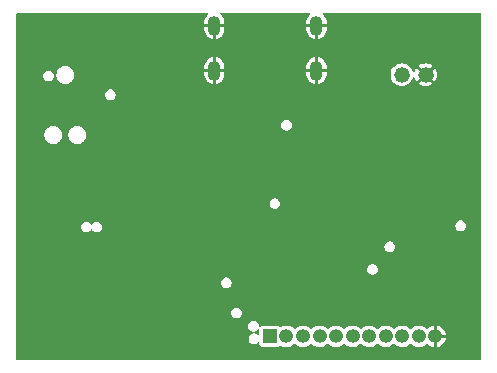
<source format=gbr>
%TF.GenerationSoftware,KiCad,Pcbnew,8.0.3*%
%TF.CreationDate,2024-07-26T16:59:45-04:00*%
%TF.ProjectId,Health_Watch,4865616c-7468-45f5-9761-7463682e6b69,rev?*%
%TF.SameCoordinates,Original*%
%TF.FileFunction,Copper,L3,Inr*%
%TF.FilePolarity,Positive*%
%FSLAX46Y46*%
G04 Gerber Fmt 4.6, Leading zero omitted, Abs format (unit mm)*
G04 Created by KiCad (PCBNEW 8.0.3) date 2024-07-26 16:59:45*
%MOMM*%
%LPD*%
G01*
G04 APERTURE LIST*
%TA.AperFunction,ComponentPad*%
%ADD10C,1.320800*%
%TD*%
%TA.AperFunction,ComponentPad*%
%ADD11O,1.100000X1.700000*%
%TD*%
%TA.AperFunction,ComponentPad*%
%ADD12R,1.200000X1.200000*%
%TD*%
%TA.AperFunction,ComponentPad*%
%ADD13O,1.200000X1.200000*%
%TD*%
%TA.AperFunction,ViaPad*%
%ADD14C,0.700000*%
%TD*%
%TA.AperFunction,ViaPad*%
%ADD15C,0.600000*%
%TD*%
G04 APERTURE END LIST*
D10*
%TO.N,GND*%
%TO.C,J1*%
X131875000Y-44950000D03*
%TO.N,/+*%
X129874999Y-44950000D03*
%TD*%
D11*
%TO.N,GND*%
%TO.C,J2*%
X122640000Y-44600000D03*
X122640000Y-40800000D03*
X114000000Y-44600000D03*
X114000000Y-40800000D03*
%TD*%
D12*
%TO.N,+3V3*%
%TO.C,J4*%
X118700000Y-67100000D03*
D13*
%TO.N,/GPIO_PA2*%
X120100000Y-67100000D03*
%TO.N,/SWD_NRST*%
X121500000Y-67100000D03*
%TO.N,/TFT_DC*%
X122900000Y-67100000D03*
%TO.N,/SPI_SCK*%
X124300000Y-67100000D03*
%TO.N,/SPI_MISO*%
X125700000Y-67100000D03*
%TO.N,/SPI_MOSI*%
X127100000Y-67100000D03*
%TO.N,/TFT_TC*%
X128500000Y-67100000D03*
%TO.N,/I2C_SCL*%
X129900000Y-67100000D03*
%TO.N,/I2C_SDA*%
X131300000Y-67100000D03*
%TO.N,GND*%
X132700000Y-67100000D03*
%TD*%
D14*
%TO.N,GND*%
X134000000Y-59000000D03*
X134700000Y-49700000D03*
D15*
X111100000Y-42650000D03*
X109093000Y-51739800D03*
X121950000Y-49950000D03*
D14*
X134000000Y-63000000D03*
D15*
X134850000Y-54175000D03*
D14*
X109000000Y-45000000D03*
X127000000Y-45000000D03*
X127000000Y-43000000D03*
D15*
X99700000Y-48650000D03*
X108492001Y-61495238D03*
D14*
X128900000Y-53125000D03*
X98000000Y-61000000D03*
D15*
X112522000Y-66497200D03*
D14*
X103000000Y-41000000D03*
X125000000Y-51000000D03*
D15*
X115620800Y-46126400D03*
D14*
X111000000Y-45000000D03*
X136000000Y-63000000D03*
X98000000Y-43000000D03*
X108000000Y-43000000D03*
X119150000Y-58450000D03*
X136000000Y-59000000D03*
X134000000Y-61000000D03*
X98000000Y-59000000D03*
D15*
X105250000Y-45750000D03*
D14*
X98000000Y-47000000D03*
X117000000Y-59000000D03*
X126000000Y-41000000D03*
D15*
X135077200Y-46837600D03*
D14*
X98000000Y-45000000D03*
X126000000Y-55000000D03*
D15*
X133197600Y-44627800D03*
D14*
X101000000Y-41000000D03*
X123000000Y-51000000D03*
X125000000Y-45000000D03*
X98000000Y-57000000D03*
X104000000Y-43000000D03*
X113900000Y-62700000D03*
X130000000Y-55000000D03*
D15*
X114554000Y-50139600D03*
X102300000Y-62484000D03*
D14*
X117000000Y-47000000D03*
X101000000Y-59000000D03*
X98000000Y-67000000D03*
D15*
X133197600Y-45477800D03*
X120243600Y-50114200D03*
X107525400Y-56195200D03*
X113030000Y-51739800D03*
D14*
X111000000Y-41000000D03*
X132000000Y-61000000D03*
D15*
X107500000Y-50150000D03*
X102565200Y-61468000D03*
X109118400Y-54584600D03*
D14*
X135000000Y-41000000D03*
X101000000Y-67000000D03*
X98000000Y-63000000D03*
X125000000Y-53000000D03*
D15*
X99450000Y-53350000D03*
D14*
X101000000Y-57000000D03*
D15*
X127400000Y-53300000D03*
X114579400Y-53365400D03*
D14*
X101000000Y-61000000D03*
X135000000Y-65000000D03*
D15*
X107525400Y-53375800D03*
D14*
X107000000Y-41000000D03*
X102000000Y-53000000D03*
D15*
X110236000Y-62600000D03*
D14*
X100000000Y-65000000D03*
X124000000Y-41000000D03*
D15*
X133950000Y-66750000D03*
X102350000Y-55829200D03*
X113055400Y-54584600D03*
D14*
X132000000Y-59000000D03*
D15*
X111302800Y-53365400D03*
X125552200Y-42392600D03*
X105511600Y-66903600D03*
D14*
X100000000Y-52000000D03*
D15*
X104546400Y-66954400D03*
X130000000Y-50450000D03*
D14*
X100000000Y-43000000D03*
D15*
X132150000Y-53350000D03*
D14*
X98000000Y-65000000D03*
D15*
X132450000Y-65350000D03*
D14*
X135000000Y-45000000D03*
D15*
X114579400Y-56184800D03*
D14*
X109000000Y-41000000D03*
X102000000Y-43000000D03*
D15*
X129000000Y-47800000D03*
D14*
X136000000Y-61000000D03*
D15*
X123800000Y-50000000D03*
D14*
X128000000Y-55000000D03*
X135000000Y-53000000D03*
D15*
X111277400Y-50139600D03*
D14*
X135000000Y-43000000D03*
D15*
X121132600Y-46075600D03*
D14*
X132000000Y-63000000D03*
X106000000Y-43000000D03*
D15*
X111302800Y-56184800D03*
D14*
X105000000Y-41000000D03*
%TD*%
%TA.AperFunction,Conductor*%
%TO.N,GND*%
G36*
X136562368Y-39717574D02*
G01*
X136584042Y-39769900D01*
X136584042Y-39769910D01*
X136580121Y-69022258D01*
X136558440Y-69074581D01*
X136506114Y-69096248D01*
X97271674Y-69092316D01*
X97219350Y-69070637D01*
X97197681Y-69018309D01*
X97197681Y-69018258D01*
X97198570Y-67884046D01*
X97199851Y-66250000D01*
X116844867Y-66250000D01*
X116863302Y-66378223D01*
X116863302Y-66378224D01*
X116863303Y-66378226D01*
X116917118Y-66496063D01*
X117001951Y-66593967D01*
X117110931Y-66664004D01*
X117235228Y-66700500D01*
X117364772Y-66700500D01*
X117489069Y-66664004D01*
X117598049Y-66593967D01*
X117634616Y-66551765D01*
X117669574Y-66511422D01*
X117720221Y-66486070D01*
X117773959Y-66503955D01*
X117799311Y-66554602D01*
X117799500Y-66559881D01*
X117799500Y-66934723D01*
X117777826Y-66987049D01*
X117725500Y-67008723D01*
X117673174Y-66987049D01*
X117669575Y-66983183D01*
X117646053Y-66956037D01*
X117646051Y-66956035D01*
X117646049Y-66956033D01*
X117577134Y-66911744D01*
X117537068Y-66885995D01*
X117412772Y-66849500D01*
X117283228Y-66849500D01*
X117158931Y-66885995D01*
X117049954Y-66956031D01*
X117049950Y-66956034D01*
X116965119Y-67053935D01*
X116911302Y-67171776D01*
X116892867Y-67300000D01*
X116911302Y-67428223D01*
X116911302Y-67428224D01*
X116911303Y-67428226D01*
X116965118Y-67546063D01*
X117049951Y-67643967D01*
X117158931Y-67714004D01*
X117283228Y-67750500D01*
X117412772Y-67750500D01*
X117537069Y-67714004D01*
X117646049Y-67643967D01*
X117669575Y-67616815D01*
X117720219Y-67591464D01*
X117773958Y-67609348D01*
X117799311Y-67659994D01*
X117799500Y-67665274D01*
X117799500Y-67744863D01*
X117802414Y-67769986D01*
X117802415Y-67769992D01*
X117803694Y-67772888D01*
X117847794Y-67872765D01*
X117927235Y-67952206D01*
X118030009Y-67997585D01*
X118055135Y-68000500D01*
X119344864Y-68000499D01*
X119369991Y-67997585D01*
X119472765Y-67952206D01*
X119540925Y-67884045D01*
X119593249Y-67862372D01*
X119636746Y-67876505D01*
X119647270Y-67884151D01*
X119820197Y-67961144D01*
X120005354Y-68000500D01*
X120005355Y-68000500D01*
X120194645Y-68000500D01*
X120194646Y-68000500D01*
X120379803Y-67961144D01*
X120552730Y-67884151D01*
X120582707Y-67862372D01*
X120705871Y-67772888D01*
X120745007Y-67729423D01*
X120796126Y-67705039D01*
X120849515Y-67723945D01*
X120854993Y-67729423D01*
X120894128Y-67772888D01*
X121047266Y-67884149D01*
X121047271Y-67884152D01*
X121191682Y-67948448D01*
X121220197Y-67961144D01*
X121405354Y-68000500D01*
X121405355Y-68000500D01*
X121594645Y-68000500D01*
X121594646Y-68000500D01*
X121779803Y-67961144D01*
X121952730Y-67884151D01*
X121982707Y-67862372D01*
X122105871Y-67772888D01*
X122145007Y-67729423D01*
X122196126Y-67705039D01*
X122249515Y-67723945D01*
X122254993Y-67729423D01*
X122294128Y-67772888D01*
X122447266Y-67884149D01*
X122447271Y-67884152D01*
X122591682Y-67948448D01*
X122620197Y-67961144D01*
X122805354Y-68000500D01*
X122805355Y-68000500D01*
X122994645Y-68000500D01*
X122994646Y-68000500D01*
X123179803Y-67961144D01*
X123352730Y-67884151D01*
X123382707Y-67862372D01*
X123505871Y-67772888D01*
X123545007Y-67729423D01*
X123596126Y-67705039D01*
X123649515Y-67723945D01*
X123654993Y-67729423D01*
X123694128Y-67772888D01*
X123847266Y-67884149D01*
X123847271Y-67884152D01*
X123991682Y-67948448D01*
X124020197Y-67961144D01*
X124205354Y-68000500D01*
X124205355Y-68000500D01*
X124394645Y-68000500D01*
X124394646Y-68000500D01*
X124579803Y-67961144D01*
X124752730Y-67884151D01*
X124782707Y-67862372D01*
X124905871Y-67772888D01*
X124945007Y-67729423D01*
X124996126Y-67705039D01*
X125049515Y-67723945D01*
X125054993Y-67729423D01*
X125094128Y-67772888D01*
X125247266Y-67884149D01*
X125247271Y-67884152D01*
X125391682Y-67948448D01*
X125420197Y-67961144D01*
X125605354Y-68000500D01*
X125605355Y-68000500D01*
X125794645Y-68000500D01*
X125794646Y-68000500D01*
X125979803Y-67961144D01*
X126152730Y-67884151D01*
X126182707Y-67862372D01*
X126305871Y-67772888D01*
X126345007Y-67729423D01*
X126396126Y-67705039D01*
X126449515Y-67723945D01*
X126454993Y-67729423D01*
X126494128Y-67772888D01*
X126647266Y-67884149D01*
X126647271Y-67884152D01*
X126791682Y-67948448D01*
X126820197Y-67961144D01*
X127005354Y-68000500D01*
X127005355Y-68000500D01*
X127194645Y-68000500D01*
X127194646Y-68000500D01*
X127379803Y-67961144D01*
X127552730Y-67884151D01*
X127582707Y-67862372D01*
X127705871Y-67772888D01*
X127745007Y-67729423D01*
X127796126Y-67705039D01*
X127849515Y-67723945D01*
X127854993Y-67729423D01*
X127894128Y-67772888D01*
X128047266Y-67884149D01*
X128047271Y-67884152D01*
X128191682Y-67948448D01*
X128220197Y-67961144D01*
X128405354Y-68000500D01*
X128405355Y-68000500D01*
X128594645Y-68000500D01*
X128594646Y-68000500D01*
X128779803Y-67961144D01*
X128952730Y-67884151D01*
X128982707Y-67862372D01*
X129105871Y-67772888D01*
X129145007Y-67729423D01*
X129196126Y-67705039D01*
X129249515Y-67723945D01*
X129254993Y-67729423D01*
X129294128Y-67772888D01*
X129447266Y-67884149D01*
X129447271Y-67884152D01*
X129591682Y-67948448D01*
X129620197Y-67961144D01*
X129805354Y-68000500D01*
X129805355Y-68000500D01*
X129994645Y-68000500D01*
X129994646Y-68000500D01*
X130179803Y-67961144D01*
X130352730Y-67884151D01*
X130382707Y-67862372D01*
X130505871Y-67772888D01*
X130545007Y-67729423D01*
X130596126Y-67705039D01*
X130649515Y-67723945D01*
X130654993Y-67729423D01*
X130694128Y-67772888D01*
X130847266Y-67884149D01*
X130847271Y-67884152D01*
X130991682Y-67948448D01*
X131020197Y-67961144D01*
X131205354Y-68000500D01*
X131205355Y-68000500D01*
X131394645Y-68000500D01*
X131394646Y-68000500D01*
X131579803Y-67961144D01*
X131752730Y-67884151D01*
X131768402Y-67872765D01*
X131905868Y-67772891D01*
X131906206Y-67772516D01*
X131945345Y-67729047D01*
X131996462Y-67704665D01*
X132049851Y-67723570D01*
X132055329Y-67729048D01*
X132094468Y-67772516D01*
X132247514Y-67883712D01*
X132247525Y-67883718D01*
X132420349Y-67960664D01*
X132420354Y-67960665D01*
X132574999Y-67993535D01*
X132575000Y-67993535D01*
X132575000Y-67480617D01*
X132647339Y-67500000D01*
X132752661Y-67500000D01*
X132825000Y-67480617D01*
X132825000Y-67993535D01*
X132979645Y-67960665D01*
X132979650Y-67960664D01*
X133152474Y-67883718D01*
X133152485Y-67883712D01*
X133305531Y-67772516D01*
X133432125Y-67631920D01*
X133526720Y-67468076D01*
X133585180Y-67288155D01*
X133591818Y-67225000D01*
X133080617Y-67225000D01*
X133100000Y-67152661D01*
X133100000Y-67047339D01*
X133080617Y-66975000D01*
X133591818Y-66975000D01*
X133585180Y-66911844D01*
X133526720Y-66731923D01*
X133432125Y-66568079D01*
X133305531Y-66427483D01*
X133152485Y-66316287D01*
X133152474Y-66316281D01*
X132979652Y-66239336D01*
X132979647Y-66239334D01*
X132825000Y-66206462D01*
X132825000Y-66719382D01*
X132752661Y-66700000D01*
X132647339Y-66700000D01*
X132575000Y-66719382D01*
X132575000Y-66206463D01*
X132574999Y-66206462D01*
X132420352Y-66239334D01*
X132420351Y-66239335D01*
X132247522Y-66316283D01*
X132247515Y-66316287D01*
X132094470Y-66427481D01*
X132055328Y-66470952D01*
X132004207Y-66495334D01*
X131950819Y-66476427D01*
X131945343Y-66470950D01*
X131905871Y-66427111D01*
X131752733Y-66315850D01*
X131752728Y-66315847D01*
X131579804Y-66238856D01*
X131579802Y-66238855D01*
X131434001Y-66207865D01*
X131394646Y-66199500D01*
X131205354Y-66199500D01*
X131191645Y-66202414D01*
X131020197Y-66238855D01*
X131020195Y-66238856D01*
X130847271Y-66315847D01*
X130847266Y-66315850D01*
X130694129Y-66427111D01*
X130694123Y-66427116D01*
X130654992Y-66470576D01*
X130603872Y-66494959D01*
X130550484Y-66476052D01*
X130545008Y-66470576D01*
X130505876Y-66427116D01*
X130505870Y-66427111D01*
X130352733Y-66315850D01*
X130352728Y-66315847D01*
X130179804Y-66238856D01*
X130179802Y-66238855D01*
X130034001Y-66207865D01*
X129994646Y-66199500D01*
X129805354Y-66199500D01*
X129791645Y-66202414D01*
X129620197Y-66238855D01*
X129620195Y-66238856D01*
X129447271Y-66315847D01*
X129447266Y-66315850D01*
X129294129Y-66427111D01*
X129294123Y-66427116D01*
X129254992Y-66470576D01*
X129203872Y-66494959D01*
X129150484Y-66476052D01*
X129145008Y-66470576D01*
X129105876Y-66427116D01*
X129105870Y-66427111D01*
X128952733Y-66315850D01*
X128952728Y-66315847D01*
X128779804Y-66238856D01*
X128779802Y-66238855D01*
X128634001Y-66207865D01*
X128594646Y-66199500D01*
X128405354Y-66199500D01*
X128391645Y-66202414D01*
X128220197Y-66238855D01*
X128220195Y-66238856D01*
X128047271Y-66315847D01*
X128047266Y-66315850D01*
X127894129Y-66427111D01*
X127894123Y-66427116D01*
X127854992Y-66470576D01*
X127803872Y-66494959D01*
X127750484Y-66476052D01*
X127745008Y-66470576D01*
X127705876Y-66427116D01*
X127705870Y-66427111D01*
X127552733Y-66315850D01*
X127552728Y-66315847D01*
X127379804Y-66238856D01*
X127379802Y-66238855D01*
X127234001Y-66207865D01*
X127194646Y-66199500D01*
X127005354Y-66199500D01*
X126991645Y-66202414D01*
X126820197Y-66238855D01*
X126820195Y-66238856D01*
X126647271Y-66315847D01*
X126647266Y-66315850D01*
X126494129Y-66427111D01*
X126494123Y-66427116D01*
X126454992Y-66470576D01*
X126403872Y-66494959D01*
X126350484Y-66476052D01*
X126345008Y-66470576D01*
X126305876Y-66427116D01*
X126305870Y-66427111D01*
X126152733Y-66315850D01*
X126152728Y-66315847D01*
X125979804Y-66238856D01*
X125979802Y-66238855D01*
X125834001Y-66207865D01*
X125794646Y-66199500D01*
X125605354Y-66199500D01*
X125591645Y-66202414D01*
X125420197Y-66238855D01*
X125420195Y-66238856D01*
X125247271Y-66315847D01*
X125247266Y-66315850D01*
X125094129Y-66427111D01*
X125094123Y-66427116D01*
X125054992Y-66470576D01*
X125003872Y-66494959D01*
X124950484Y-66476052D01*
X124945008Y-66470576D01*
X124905876Y-66427116D01*
X124905870Y-66427111D01*
X124752733Y-66315850D01*
X124752728Y-66315847D01*
X124579804Y-66238856D01*
X124579802Y-66238855D01*
X124434001Y-66207865D01*
X124394646Y-66199500D01*
X124205354Y-66199500D01*
X124191645Y-66202414D01*
X124020197Y-66238855D01*
X124020195Y-66238856D01*
X123847271Y-66315847D01*
X123847266Y-66315850D01*
X123694129Y-66427111D01*
X123694123Y-66427116D01*
X123654992Y-66470576D01*
X123603872Y-66494959D01*
X123550484Y-66476052D01*
X123545008Y-66470576D01*
X123505876Y-66427116D01*
X123505870Y-66427111D01*
X123352733Y-66315850D01*
X123352728Y-66315847D01*
X123179804Y-66238856D01*
X123179802Y-66238855D01*
X123034001Y-66207865D01*
X122994646Y-66199500D01*
X122805354Y-66199500D01*
X122791645Y-66202414D01*
X122620197Y-66238855D01*
X122620195Y-66238856D01*
X122447271Y-66315847D01*
X122447266Y-66315850D01*
X122294129Y-66427111D01*
X122294123Y-66427116D01*
X122254992Y-66470576D01*
X122203872Y-66494959D01*
X122150484Y-66476052D01*
X122145008Y-66470576D01*
X122105876Y-66427116D01*
X122105870Y-66427111D01*
X121952733Y-66315850D01*
X121952728Y-66315847D01*
X121779804Y-66238856D01*
X121779802Y-66238855D01*
X121634001Y-66207865D01*
X121594646Y-66199500D01*
X121405354Y-66199500D01*
X121391645Y-66202414D01*
X121220197Y-66238855D01*
X121220195Y-66238856D01*
X121047271Y-66315847D01*
X121047266Y-66315850D01*
X120894129Y-66427111D01*
X120894123Y-66427116D01*
X120854992Y-66470576D01*
X120803872Y-66494959D01*
X120750484Y-66476052D01*
X120745008Y-66470576D01*
X120705876Y-66427116D01*
X120705870Y-66427111D01*
X120552733Y-66315850D01*
X120552728Y-66315847D01*
X120379804Y-66238856D01*
X120379802Y-66238855D01*
X120234001Y-66207865D01*
X120194646Y-66199500D01*
X120005354Y-66199500D01*
X119991645Y-66202414D01*
X119820197Y-66238855D01*
X119820195Y-66238856D01*
X119647272Y-66315847D01*
X119647264Y-66315852D01*
X119636743Y-66323496D01*
X119581670Y-66336715D01*
X119540924Y-66315953D01*
X119472765Y-66247794D01*
X119452520Y-66238855D01*
X119369991Y-66202415D01*
X119369990Y-66202414D01*
X119369988Y-66202414D01*
X119348659Y-66199940D01*
X119344865Y-66199500D01*
X119344864Y-66199500D01*
X118055136Y-66199500D01*
X118030013Y-66202414D01*
X118030007Y-66202415D01*
X117927232Y-66247795D01*
X117881022Y-66294005D01*
X117828696Y-66315679D01*
X117776371Y-66294004D01*
X117755450Y-66252210D01*
X117755132Y-66250002D01*
X117755133Y-66250000D01*
X117736697Y-66121774D01*
X117682882Y-66003937D01*
X117598049Y-65906033D01*
X117531032Y-65862964D01*
X117489068Y-65835995D01*
X117364772Y-65799500D01*
X117235228Y-65799500D01*
X117110931Y-65835995D01*
X117001954Y-65906031D01*
X117001950Y-65906034D01*
X116917119Y-66003935D01*
X116863302Y-66121776D01*
X116844867Y-66250000D01*
X97199851Y-66250000D01*
X97200740Y-65116800D01*
X115405867Y-65116800D01*
X115424302Y-65245023D01*
X115424302Y-65245024D01*
X115424303Y-65245026D01*
X115478118Y-65362863D01*
X115562951Y-65460767D01*
X115671931Y-65530804D01*
X115796228Y-65567300D01*
X115925772Y-65567300D01*
X116050069Y-65530804D01*
X116159049Y-65460767D01*
X116243882Y-65362863D01*
X116297697Y-65245026D01*
X116316133Y-65116800D01*
X116297697Y-64988574D01*
X116243882Y-64870737D01*
X116159049Y-64772833D01*
X116092032Y-64729764D01*
X116050068Y-64702795D01*
X115925772Y-64666300D01*
X115796228Y-64666300D01*
X115671931Y-64702795D01*
X115562954Y-64772831D01*
X115562950Y-64772834D01*
X115478119Y-64870735D01*
X115424302Y-64988576D01*
X115405867Y-65116800D01*
X97200740Y-65116800D01*
X97202752Y-62550000D01*
X114544867Y-62550000D01*
X114563302Y-62678223D01*
X114563302Y-62678224D01*
X114563303Y-62678226D01*
X114617118Y-62796063D01*
X114701951Y-62893967D01*
X114810931Y-62964004D01*
X114935228Y-63000500D01*
X115064772Y-63000500D01*
X115189069Y-62964004D01*
X115298049Y-62893967D01*
X115382882Y-62796063D01*
X115436697Y-62678226D01*
X115455133Y-62550000D01*
X115436697Y-62421774D01*
X115382882Y-62303937D01*
X115298049Y-62206033D01*
X115231032Y-62162964D01*
X115189068Y-62135995D01*
X115064772Y-62099500D01*
X114935228Y-62099500D01*
X114810931Y-62135995D01*
X114701954Y-62206031D01*
X114701950Y-62206034D01*
X114617119Y-62303935D01*
X114563302Y-62421776D01*
X114544867Y-62550000D01*
X97202752Y-62550000D01*
X97203624Y-61437400D01*
X126919467Y-61437400D01*
X126937902Y-61565623D01*
X126937902Y-61565624D01*
X126937903Y-61565626D01*
X126991718Y-61683463D01*
X127076551Y-61781367D01*
X127185531Y-61851404D01*
X127309828Y-61887900D01*
X127439372Y-61887900D01*
X127563669Y-61851404D01*
X127672649Y-61781367D01*
X127757482Y-61683463D01*
X127811297Y-61565626D01*
X127829733Y-61437400D01*
X127811297Y-61309174D01*
X127757482Y-61191337D01*
X127672649Y-61093433D01*
X127605632Y-61050364D01*
X127563668Y-61023395D01*
X127439372Y-60986900D01*
X127309828Y-60986900D01*
X127185531Y-61023395D01*
X127076554Y-61093431D01*
X127076550Y-61093434D01*
X126991719Y-61191335D01*
X126937902Y-61309176D01*
X126919467Y-61437400D01*
X97203624Y-61437400D01*
X97205143Y-59500000D01*
X128394867Y-59500000D01*
X128413302Y-59628223D01*
X128413302Y-59628224D01*
X128413303Y-59628226D01*
X128467118Y-59746063D01*
X128551951Y-59843967D01*
X128660931Y-59914004D01*
X128785228Y-59950500D01*
X128914772Y-59950500D01*
X129039069Y-59914004D01*
X129148049Y-59843967D01*
X129232882Y-59746063D01*
X129286697Y-59628226D01*
X129305133Y-59500000D01*
X129286697Y-59371774D01*
X129232882Y-59253937D01*
X129148049Y-59156033D01*
X129081032Y-59112964D01*
X129039068Y-59085995D01*
X128914772Y-59049500D01*
X128785228Y-59049500D01*
X128660931Y-59085995D01*
X128551954Y-59156031D01*
X128551950Y-59156034D01*
X128467119Y-59253935D01*
X128413302Y-59371776D01*
X128394867Y-59500000D01*
X97205143Y-59500000D01*
X97206454Y-57828000D01*
X102676867Y-57828000D01*
X102695302Y-57956223D01*
X102695302Y-57956224D01*
X102695303Y-57956226D01*
X102749118Y-58074063D01*
X102833951Y-58171967D01*
X102942931Y-58242004D01*
X103067228Y-58278500D01*
X103196772Y-58278500D01*
X103321069Y-58242004D01*
X103430049Y-58171967D01*
X103514882Y-58074063D01*
X103518663Y-58065782D01*
X103560112Y-58027189D01*
X103616714Y-58029208D01*
X103653288Y-58065780D01*
X103667118Y-58096063D01*
X103751951Y-58193967D01*
X103860931Y-58264004D01*
X103985228Y-58300500D01*
X104114772Y-58300500D01*
X104239069Y-58264004D01*
X104348049Y-58193967D01*
X104432882Y-58096063D01*
X104486697Y-57978226D01*
X104505133Y-57850000D01*
X104487161Y-57725000D01*
X134394867Y-57725000D01*
X134413302Y-57853223D01*
X134413302Y-57853224D01*
X134413303Y-57853226D01*
X134467118Y-57971063D01*
X134551951Y-58068967D01*
X134660931Y-58139004D01*
X134785228Y-58175500D01*
X134914772Y-58175500D01*
X135039069Y-58139004D01*
X135148049Y-58068967D01*
X135232882Y-57971063D01*
X135286697Y-57853226D01*
X135305133Y-57725000D01*
X135286697Y-57596774D01*
X135232882Y-57478937D01*
X135148049Y-57381033D01*
X135081032Y-57337964D01*
X135039068Y-57310995D01*
X134914772Y-57274500D01*
X134785228Y-57274500D01*
X134660931Y-57310995D01*
X134551954Y-57381031D01*
X134551950Y-57381034D01*
X134467119Y-57478935D01*
X134413302Y-57596776D01*
X134394867Y-57725000D01*
X104487161Y-57725000D01*
X104486697Y-57721774D01*
X104432882Y-57603937D01*
X104348049Y-57506033D01*
X104281032Y-57462964D01*
X104239068Y-57435995D01*
X104114772Y-57399500D01*
X103985228Y-57399500D01*
X103860931Y-57435995D01*
X103751954Y-57506031D01*
X103751950Y-57506034D01*
X103667118Y-57603936D01*
X103667116Y-57603939D01*
X103663334Y-57612221D01*
X103621880Y-57650812D01*
X103565279Y-57648788D01*
X103528711Y-57612218D01*
X103514882Y-57581937D01*
X103430049Y-57484033D01*
X103355300Y-57435995D01*
X103321068Y-57413995D01*
X103196772Y-57377500D01*
X103067228Y-57377500D01*
X102942931Y-57413995D01*
X102833954Y-57484031D01*
X102833950Y-57484034D01*
X102749119Y-57581935D01*
X102695302Y-57699776D01*
X102676867Y-57828000D01*
X97206454Y-57828000D01*
X97208001Y-55854600D01*
X118670867Y-55854600D01*
X118689302Y-55982823D01*
X118689302Y-55982824D01*
X118689303Y-55982826D01*
X118743118Y-56100663D01*
X118827951Y-56198567D01*
X118936931Y-56268604D01*
X119061228Y-56305100D01*
X119190772Y-56305100D01*
X119315069Y-56268604D01*
X119424049Y-56198567D01*
X119508882Y-56100663D01*
X119562697Y-55982826D01*
X119581133Y-55854600D01*
X119562697Y-55726374D01*
X119508882Y-55608537D01*
X119424049Y-55510633D01*
X119357032Y-55467564D01*
X119315068Y-55440595D01*
X119190772Y-55404100D01*
X119061228Y-55404100D01*
X118936931Y-55440595D01*
X118827954Y-55510631D01*
X118827950Y-55510634D01*
X118743119Y-55608535D01*
X118689302Y-55726376D01*
X118670867Y-55854600D01*
X97208001Y-55854600D01*
X97212610Y-49976151D01*
X99600200Y-49976151D01*
X99600200Y-50123848D01*
X99629012Y-50268702D01*
X99629014Y-50268709D01*
X99685536Y-50405164D01*
X99767592Y-50527970D01*
X99872030Y-50632408D01*
X99994836Y-50714464D01*
X100131291Y-50770986D01*
X100276151Y-50799800D01*
X100276152Y-50799800D01*
X100423848Y-50799800D01*
X100423849Y-50799800D01*
X100568709Y-50770986D01*
X100705164Y-50714464D01*
X100827970Y-50632408D01*
X100932408Y-50527970D01*
X101014464Y-50405164D01*
X101070986Y-50268709D01*
X101099800Y-50123849D01*
X101099800Y-49976151D01*
X101632200Y-49976151D01*
X101632200Y-50123848D01*
X101661012Y-50268702D01*
X101661014Y-50268709D01*
X101717536Y-50405164D01*
X101799592Y-50527970D01*
X101904030Y-50632408D01*
X102026836Y-50714464D01*
X102163291Y-50770986D01*
X102308151Y-50799800D01*
X102308152Y-50799800D01*
X102455848Y-50799800D01*
X102455849Y-50799800D01*
X102600709Y-50770986D01*
X102737164Y-50714464D01*
X102859970Y-50632408D01*
X102964408Y-50527970D01*
X103046464Y-50405164D01*
X103102986Y-50268709D01*
X103131800Y-50123849D01*
X103131800Y-49976151D01*
X103102986Y-49831291D01*
X103046464Y-49694836D01*
X102964408Y-49572030D01*
X102859970Y-49467592D01*
X102737164Y-49385536D01*
X102737161Y-49385534D01*
X102737160Y-49385534D01*
X102600709Y-49329014D01*
X102600702Y-49329012D01*
X102491571Y-49307305D01*
X102455849Y-49300200D01*
X102308151Y-49300200D01*
X102279495Y-49305899D01*
X102163297Y-49329012D01*
X102163290Y-49329014D01*
X102026839Y-49385534D01*
X101904030Y-49467591D01*
X101904029Y-49467593D01*
X101799593Y-49572029D01*
X101799591Y-49572030D01*
X101717534Y-49694839D01*
X101661014Y-49831290D01*
X101661012Y-49831297D01*
X101632200Y-49976151D01*
X101099800Y-49976151D01*
X101070986Y-49831291D01*
X101014464Y-49694836D01*
X100932408Y-49572030D01*
X100827970Y-49467592D01*
X100705164Y-49385536D01*
X100705161Y-49385534D01*
X100705160Y-49385534D01*
X100568709Y-49329014D01*
X100568702Y-49329012D01*
X100459571Y-49307305D01*
X100423849Y-49300200D01*
X100276151Y-49300200D01*
X100247495Y-49305899D01*
X100131297Y-49329012D01*
X100131290Y-49329014D01*
X99994839Y-49385534D01*
X99872030Y-49467591D01*
X99872029Y-49467593D01*
X99767593Y-49572029D01*
X99767591Y-49572030D01*
X99685534Y-49694839D01*
X99629014Y-49831290D01*
X99629012Y-49831297D01*
X99600200Y-49976151D01*
X97212610Y-49976151D01*
X97213191Y-49235000D01*
X119642867Y-49235000D01*
X119661302Y-49363223D01*
X119661302Y-49363224D01*
X119661303Y-49363226D01*
X119715118Y-49481063D01*
X119799951Y-49578967D01*
X119908931Y-49649004D01*
X120033228Y-49685500D01*
X120162772Y-49685500D01*
X120287069Y-49649004D01*
X120396049Y-49578967D01*
X120480882Y-49481063D01*
X120534697Y-49363226D01*
X120553133Y-49235000D01*
X120534697Y-49106774D01*
X120480882Y-48988937D01*
X120396049Y-48891033D01*
X120329032Y-48847964D01*
X120287068Y-48820995D01*
X120162772Y-48784500D01*
X120033228Y-48784500D01*
X119908931Y-48820995D01*
X119799954Y-48891031D01*
X119799950Y-48891034D01*
X119715119Y-48988935D01*
X119661302Y-49106776D01*
X119642867Y-49235000D01*
X97213191Y-49235000D01*
X97215230Y-46634400D01*
X104726267Y-46634400D01*
X104744702Y-46762623D01*
X104744702Y-46762624D01*
X104744703Y-46762626D01*
X104798518Y-46880463D01*
X104883351Y-46978367D01*
X104992331Y-47048404D01*
X105116628Y-47084900D01*
X105246172Y-47084900D01*
X105370469Y-47048404D01*
X105479449Y-46978367D01*
X105564282Y-46880463D01*
X105618097Y-46762626D01*
X105636533Y-46634400D01*
X105618097Y-46506174D01*
X105564282Y-46388337D01*
X105479449Y-46290433D01*
X105412432Y-46247364D01*
X105370468Y-46220395D01*
X105246172Y-46183900D01*
X105116628Y-46183900D01*
X104992331Y-46220395D01*
X104883354Y-46290431D01*
X104883350Y-46290434D01*
X104798519Y-46388335D01*
X104744702Y-46506176D01*
X104726267Y-46634400D01*
X97215230Y-46634400D01*
X97216472Y-45050000D01*
X99494867Y-45050000D01*
X99513302Y-45178223D01*
X99513302Y-45178224D01*
X99513303Y-45178226D01*
X99567118Y-45296063D01*
X99651951Y-45393967D01*
X99760931Y-45464004D01*
X99885228Y-45500500D01*
X100014772Y-45500500D01*
X100139069Y-45464004D01*
X100248049Y-45393967D01*
X100332882Y-45296063D01*
X100386697Y-45178226D01*
X100405133Y-45050000D01*
X100386697Y-44921774D01*
X100374995Y-44896151D01*
X100616200Y-44896151D01*
X100616200Y-45043849D01*
X100623305Y-45079571D01*
X100645012Y-45188702D01*
X100645014Y-45188709D01*
X100699191Y-45319504D01*
X100701536Y-45325164D01*
X100783592Y-45447970D01*
X100888030Y-45552408D01*
X101010836Y-45634464D01*
X101147291Y-45690986D01*
X101292151Y-45719800D01*
X101292152Y-45719800D01*
X101439848Y-45719800D01*
X101439849Y-45719800D01*
X101584709Y-45690986D01*
X101721164Y-45634464D01*
X101843970Y-45552408D01*
X101948408Y-45447970D01*
X102030464Y-45325164D01*
X102086986Y-45188709D01*
X102115800Y-45043849D01*
X102115800Y-44896151D01*
X102086986Y-44751291D01*
X102030464Y-44614836D01*
X101948408Y-44492030D01*
X101843970Y-44387592D01*
X101721164Y-44305536D01*
X101721161Y-44305534D01*
X101721160Y-44305534D01*
X101584709Y-44249014D01*
X101584702Y-44249012D01*
X101475571Y-44227305D01*
X101439849Y-44220200D01*
X101292151Y-44220200D01*
X101263495Y-44225899D01*
X101147297Y-44249012D01*
X101147290Y-44249014D01*
X101010839Y-44305534D01*
X100888030Y-44387591D01*
X100888029Y-44387593D01*
X100783593Y-44492029D01*
X100783591Y-44492030D01*
X100701534Y-44614839D01*
X100645014Y-44751290D01*
X100645012Y-44751297D01*
X100634542Y-44803937D01*
X100616200Y-44896151D01*
X100374995Y-44896151D01*
X100332882Y-44803937D01*
X100248049Y-44706033D01*
X100181032Y-44662964D01*
X100139068Y-44635995D01*
X100014772Y-44599500D01*
X99885228Y-44599500D01*
X99760931Y-44635995D01*
X99651954Y-44706031D01*
X99651950Y-44706034D01*
X99567119Y-44803935D01*
X99513302Y-44921776D01*
X99494867Y-45050000D01*
X97216472Y-45050000D01*
X97217126Y-44216283D01*
X113150000Y-44216283D01*
X113150000Y-44475000D01*
X113700000Y-44475000D01*
X113700000Y-44725000D01*
X113150000Y-44725000D01*
X113150000Y-44983716D01*
X113182663Y-45147930D01*
X113182665Y-45147936D01*
X113246740Y-45302626D01*
X113339761Y-45441843D01*
X113458156Y-45560238D01*
X113597373Y-45653259D01*
X113752063Y-45717334D01*
X113752070Y-45717336D01*
X113874999Y-45741788D01*
X113875000Y-45741787D01*
X113875000Y-45174242D01*
X113884204Y-45179556D01*
X113960504Y-45200000D01*
X114039496Y-45200000D01*
X114115796Y-45179556D01*
X114125000Y-45174242D01*
X114125000Y-45741788D01*
X114247929Y-45717336D01*
X114247936Y-45717334D01*
X114402626Y-45653259D01*
X114541843Y-45560238D01*
X114541845Y-45560237D01*
X114660237Y-45441845D01*
X114660238Y-45441843D01*
X114753259Y-45302626D01*
X114817334Y-45147936D01*
X114817336Y-45147930D01*
X114850000Y-44983716D01*
X114850000Y-44725000D01*
X114300000Y-44725000D01*
X114300000Y-44475000D01*
X114850000Y-44475000D01*
X114850000Y-44216283D01*
X121790000Y-44216283D01*
X121790000Y-44475000D01*
X122340000Y-44475000D01*
X122340000Y-44725000D01*
X121790000Y-44725000D01*
X121790000Y-44983716D01*
X121822663Y-45147930D01*
X121822665Y-45147936D01*
X121886740Y-45302626D01*
X121979761Y-45441843D01*
X122098156Y-45560238D01*
X122237373Y-45653259D01*
X122392063Y-45717334D01*
X122392070Y-45717336D01*
X122514999Y-45741788D01*
X122515000Y-45741787D01*
X122515000Y-45174242D01*
X122524204Y-45179556D01*
X122600504Y-45200000D01*
X122679496Y-45200000D01*
X122755796Y-45179556D01*
X122765000Y-45174242D01*
X122765000Y-45741788D01*
X122887929Y-45717336D01*
X122887936Y-45717334D01*
X123042626Y-45653259D01*
X123181843Y-45560238D01*
X123181845Y-45560237D01*
X123300237Y-45441845D01*
X123300238Y-45441843D01*
X123393259Y-45302626D01*
X123457334Y-45147936D01*
X123457336Y-45147930D01*
X123490000Y-44983716D01*
X123490000Y-44950000D01*
X128909450Y-44950000D01*
X128928003Y-45138370D01*
X128982949Y-45319504D01*
X129051617Y-45447971D01*
X129072174Y-45486430D01*
X129192253Y-45632746D01*
X129338569Y-45752825D01*
X129412486Y-45792334D01*
X129505494Y-45842049D01*
X129505496Y-45842049D01*
X129505499Y-45842051D01*
X129686630Y-45896996D01*
X129874999Y-45915549D01*
X130063368Y-45896996D01*
X130244499Y-45842051D01*
X130411429Y-45752825D01*
X130557745Y-45632746D01*
X130677824Y-45486430D01*
X130767050Y-45319500D01*
X130804447Y-45196214D01*
X130840376Y-45152436D01*
X130896741Y-45146884D01*
X130940522Y-45182814D01*
X130946073Y-45196217D01*
X130983411Y-45319304D01*
X130983412Y-45319305D01*
X131072592Y-45486148D01*
X131072598Y-45486157D01*
X131112925Y-45535295D01*
X131512788Y-45135432D01*
X131549799Y-45199536D01*
X131625464Y-45275201D01*
X131689565Y-45312210D01*
X131289702Y-45712073D01*
X131338846Y-45752405D01*
X131505688Y-45841585D01*
X131686727Y-45896503D01*
X131875000Y-45915046D01*
X132063272Y-45896503D01*
X132244311Y-45841585D01*
X132411153Y-45752405D01*
X132460296Y-45712074D01*
X132460297Y-45712073D01*
X132060434Y-45312210D01*
X132124536Y-45275201D01*
X132200201Y-45199536D01*
X132237210Y-45135434D01*
X132637073Y-45535297D01*
X132637074Y-45535296D01*
X132677405Y-45486153D01*
X132766585Y-45319311D01*
X132821503Y-45138272D01*
X132840046Y-44950000D01*
X132821503Y-44761727D01*
X132766585Y-44580688D01*
X132677405Y-44413846D01*
X132637073Y-44364702D01*
X132237210Y-44764565D01*
X132200201Y-44700464D01*
X132124536Y-44624799D01*
X132060432Y-44587788D01*
X132460296Y-44187925D01*
X132411157Y-44147598D01*
X132411148Y-44147592D01*
X132244308Y-44058414D01*
X132063272Y-44003496D01*
X131875000Y-43984953D01*
X131686727Y-44003496D01*
X131505688Y-44058414D01*
X131338856Y-44147588D01*
X131338846Y-44147594D01*
X131289702Y-44187925D01*
X131689565Y-44587789D01*
X131625464Y-44624799D01*
X131549799Y-44700464D01*
X131512789Y-44764565D01*
X131112925Y-44364702D01*
X131072594Y-44413846D01*
X131072588Y-44413856D01*
X130983414Y-44580690D01*
X130983412Y-44580693D01*
X130946073Y-44703783D01*
X130910143Y-44747563D01*
X130853778Y-44753114D01*
X130809998Y-44717184D01*
X130804449Y-44703789D01*
X130767050Y-44580500D01*
X130677824Y-44413570D01*
X130557745Y-44267254D01*
X130411429Y-44147175D01*
X130401881Y-44142071D01*
X130244503Y-44057950D01*
X130063369Y-44003004D01*
X129874999Y-43984451D01*
X129686628Y-44003004D01*
X129505494Y-44057950D01*
X129338570Y-44147174D01*
X129192253Y-44267254D01*
X129072173Y-44413571D01*
X128982949Y-44580495D01*
X128928003Y-44761629D01*
X128909450Y-44950000D01*
X123490000Y-44950000D01*
X123490000Y-44725000D01*
X122940000Y-44725000D01*
X122940000Y-44475000D01*
X123490000Y-44475000D01*
X123490000Y-44216283D01*
X123457336Y-44052069D01*
X123457334Y-44052063D01*
X123393259Y-43897373D01*
X123300238Y-43758156D01*
X123181843Y-43639761D01*
X123042626Y-43546740D01*
X122887936Y-43482665D01*
X122887930Y-43482663D01*
X122765000Y-43458211D01*
X122765000Y-44025757D01*
X122755796Y-44020444D01*
X122679496Y-44000000D01*
X122600504Y-44000000D01*
X122524204Y-44020444D01*
X122515000Y-44025757D01*
X122515000Y-43458211D01*
X122514999Y-43458211D01*
X122392069Y-43482663D01*
X122392063Y-43482665D01*
X122237373Y-43546740D01*
X122098156Y-43639761D01*
X122098155Y-43639763D01*
X121979763Y-43758155D01*
X121979761Y-43758156D01*
X121886740Y-43897373D01*
X121822665Y-44052063D01*
X121822663Y-44052069D01*
X121790000Y-44216283D01*
X114850000Y-44216283D01*
X114817336Y-44052069D01*
X114817334Y-44052063D01*
X114753259Y-43897373D01*
X114660238Y-43758156D01*
X114541843Y-43639761D01*
X114402626Y-43546740D01*
X114247936Y-43482665D01*
X114247930Y-43482663D01*
X114125000Y-43458211D01*
X114125000Y-44025757D01*
X114115796Y-44020444D01*
X114039496Y-44000000D01*
X113960504Y-44000000D01*
X113884204Y-44020444D01*
X113875000Y-44025757D01*
X113875000Y-43458211D01*
X113874999Y-43458211D01*
X113752069Y-43482663D01*
X113752063Y-43482665D01*
X113597373Y-43546740D01*
X113458156Y-43639761D01*
X113458155Y-43639763D01*
X113339763Y-43758155D01*
X113339761Y-43758156D01*
X113246740Y-43897373D01*
X113182665Y-44052063D01*
X113182663Y-44052069D01*
X113150000Y-44216283D01*
X97217126Y-44216283D01*
X97220610Y-39771462D01*
X97242325Y-39719155D01*
X97294668Y-39697522D01*
X97295145Y-39697524D01*
X97333654Y-39697850D01*
X97339179Y-39698235D01*
X97340814Y-39698234D01*
X97340819Y-39698236D01*
X97378744Y-39698233D01*
X97379367Y-39698235D01*
X97417384Y-39698558D01*
X97417386Y-39698557D01*
X97419016Y-39698571D01*
X97424565Y-39698230D01*
X113427467Y-39697268D01*
X113479792Y-39718938D01*
X113501469Y-39771263D01*
X113479798Y-39823590D01*
X113468582Y-39832795D01*
X113458159Y-39839759D01*
X113339763Y-39958155D01*
X113339761Y-39958156D01*
X113246740Y-40097373D01*
X113182665Y-40252063D01*
X113182663Y-40252069D01*
X113150000Y-40416283D01*
X113150000Y-40675000D01*
X113700000Y-40675000D01*
X113700000Y-40925000D01*
X113150000Y-40925000D01*
X113150000Y-41183716D01*
X113182663Y-41347930D01*
X113182665Y-41347936D01*
X113246740Y-41502626D01*
X113339761Y-41641843D01*
X113458156Y-41760238D01*
X113597373Y-41853259D01*
X113752063Y-41917334D01*
X113752070Y-41917336D01*
X113874999Y-41941788D01*
X113875000Y-41941787D01*
X113875000Y-41374242D01*
X113884204Y-41379556D01*
X113960504Y-41400000D01*
X114039496Y-41400000D01*
X114115796Y-41379556D01*
X114125000Y-41374242D01*
X114125000Y-41941788D01*
X114247929Y-41917336D01*
X114247936Y-41917334D01*
X114402626Y-41853259D01*
X114541843Y-41760238D01*
X114541845Y-41760237D01*
X114660237Y-41641845D01*
X114660238Y-41641843D01*
X114753259Y-41502626D01*
X114817334Y-41347936D01*
X114817336Y-41347930D01*
X114850000Y-41183716D01*
X114850000Y-40925000D01*
X114300000Y-40925000D01*
X114300000Y-40675000D01*
X114850000Y-40675000D01*
X114850000Y-40416283D01*
X114817336Y-40252069D01*
X114817334Y-40252063D01*
X114753259Y-40097373D01*
X114660238Y-39958156D01*
X114541843Y-39839761D01*
X114531315Y-39832727D01*
X114499849Y-39785635D01*
X114510898Y-39730086D01*
X114557990Y-39698620D01*
X114572409Y-39697199D01*
X122068242Y-39696748D01*
X122120568Y-39718419D01*
X122142245Y-39770744D01*
X122120574Y-39823071D01*
X122109360Y-39832275D01*
X122098157Y-39839760D01*
X122098155Y-39839763D01*
X121979763Y-39958155D01*
X121979761Y-39958156D01*
X121886740Y-40097373D01*
X121822665Y-40252063D01*
X121822663Y-40252069D01*
X121790000Y-40416283D01*
X121790000Y-40675000D01*
X122340000Y-40675000D01*
X122340000Y-40925000D01*
X121790000Y-40925000D01*
X121790000Y-41183716D01*
X121822663Y-41347930D01*
X121822665Y-41347936D01*
X121886740Y-41502626D01*
X121979761Y-41641843D01*
X122098156Y-41760238D01*
X122237373Y-41853259D01*
X122392063Y-41917334D01*
X122392070Y-41917336D01*
X122514999Y-41941788D01*
X122515000Y-41941787D01*
X122515000Y-41374242D01*
X122524204Y-41379556D01*
X122600504Y-41400000D01*
X122679496Y-41400000D01*
X122755796Y-41379556D01*
X122765000Y-41374242D01*
X122765000Y-41941788D01*
X122887929Y-41917336D01*
X122887936Y-41917334D01*
X123042626Y-41853259D01*
X123181843Y-41760238D01*
X123181845Y-41760237D01*
X123300237Y-41641845D01*
X123300238Y-41641843D01*
X123393259Y-41502626D01*
X123457334Y-41347936D01*
X123457336Y-41347930D01*
X123490000Y-41183716D01*
X123490000Y-40925000D01*
X122940000Y-40925000D01*
X122940000Y-40675000D01*
X123490000Y-40675000D01*
X123490000Y-40416283D01*
X123457336Y-40252069D01*
X123457334Y-40252063D01*
X123393259Y-40097373D01*
X123300238Y-39958156D01*
X123181845Y-39839763D01*
X123181840Y-39839759D01*
X123170538Y-39832207D01*
X123139073Y-39785115D01*
X123150123Y-39729566D01*
X123197215Y-39698101D01*
X123211639Y-39696679D01*
X136175731Y-39695900D01*
X136510042Y-39695900D01*
X136562368Y-39717574D01*
G37*
%TD.AperFunction*%
%TD*%
M02*

</source>
